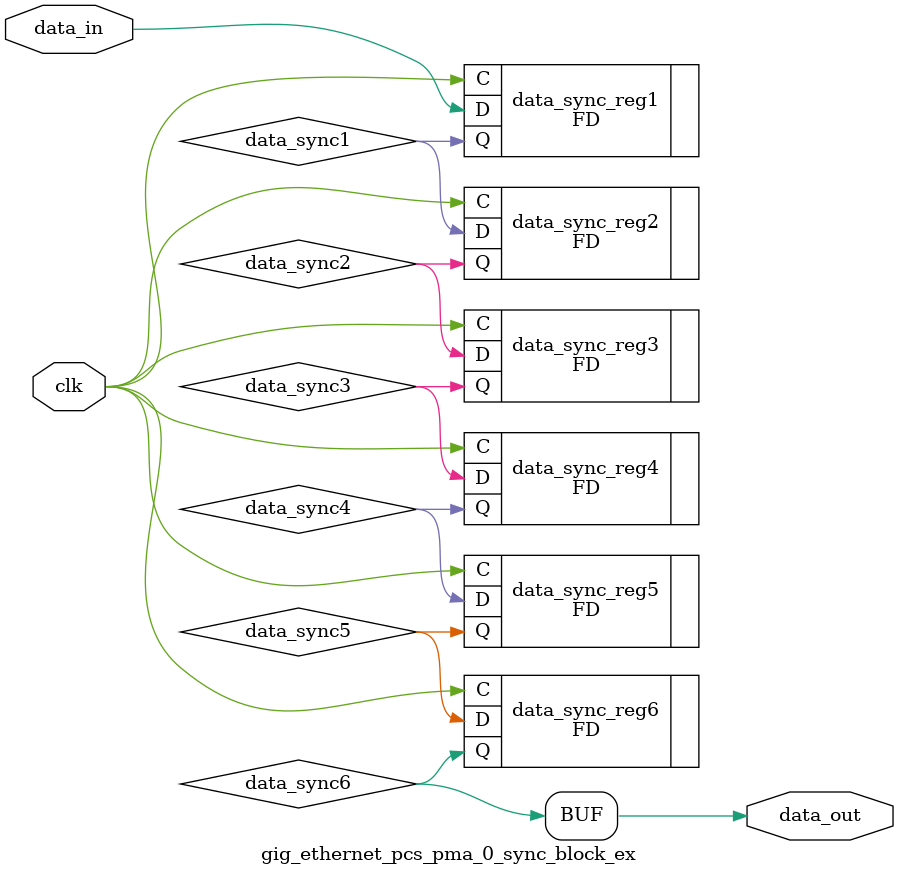
<source format=v>

`timescale 1ps / 1ps

module gig_ethernet_pcs_pma_0_sync_block_ex #(
  parameter INITIALISE = 2'b00
)
(
  input        clk,              // clock to be sync'ed to
  input        data_in,          // Data to be 'synced'
  output       data_out          // synced data
);

  // Internal Signals
  wire data_sync1;
  wire data_sync2;
  wire data_sync3;
  wire data_sync4;
  wire data_sync5;
  wire data_sync6;


  (* shreg_extract = "no", ASYNC_REG = "TRUE" *)
  FD #(
    .INIT (INITIALISE[0])
  ) data_sync_reg1 (
    .C  (clk),
    .D  (data_in),
    .Q  (data_sync1)
  );


  (* shreg_extract = "no", ASYNC_REG = "TRUE" *)
  FD #(
   .INIT (INITIALISE[1])
  ) data_sync_reg2 (
  .C  (clk),
  .D  (data_sync1),
  .Q  (data_sync2)
  );


  (* shreg_extract = "no", ASYNC_REG = "TRUE" *)
  FD #(
   .INIT (INITIALISE[1])
  ) data_sync_reg3 (
  .C  (clk),
  .D  (data_sync2),
  .Q  (data_sync3)
  );

  (* shreg_extract = "no", ASYNC_REG = "TRUE" *)
  FD #(
   .INIT (INITIALISE[1])
  ) data_sync_reg4 (
  .C  (clk),
  .D  (data_sync3),
  .Q  (data_sync4)
  );

  (* shreg_extract = "no", ASYNC_REG = "TRUE" *)
  FD #(
   .INIT (INITIALISE[1])
  ) data_sync_reg5 (
  .C  (clk),
  .D  (data_sync4),
  .Q  (data_sync5)
  );

  (* shreg_extract = "no", ASYNC_REG = "TRUE" *)
  FD #(
   .INIT (INITIALISE[1])
  ) data_sync_reg6 (
  .C  (clk),
  .D  (data_sync5),
  .Q  (data_sync6)
  );
  assign data_out = data_sync6;


endmodule



</source>
